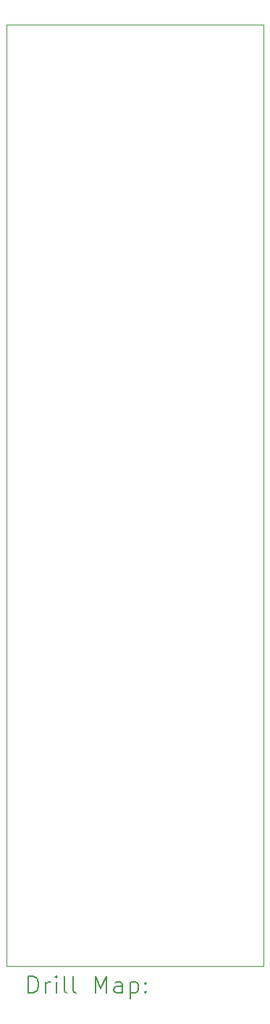
<source format=gbr>
%FSLAX45Y45*%
G04 Gerber Fmt 4.5, Leading zero omitted, Abs format (unit mm)*
G04 Created by KiCad (PCBNEW (6.0.1)) date 2023-06-10 19:19:44*
%MOMM*%
%LPD*%
G01*
G04 APERTURE LIST*
%TA.AperFunction,Profile*%
%ADD10C,0.100000*%
%TD*%
%ADD11C,0.200000*%
G04 APERTURE END LIST*
D10*
X5000000Y-15000000D02*
X5000000Y-4000000D01*
X5000000Y-4000000D02*
X8000000Y-4000000D01*
X8000000Y-4000000D02*
X8000000Y-15000000D01*
X8000000Y-15000000D02*
X5000000Y-15000000D01*
D11*
X5252619Y-15315476D02*
X5252619Y-15115476D01*
X5300238Y-15115476D01*
X5328810Y-15125000D01*
X5347857Y-15144048D01*
X5357381Y-15163095D01*
X5366905Y-15201190D01*
X5366905Y-15229762D01*
X5357381Y-15267857D01*
X5347857Y-15286905D01*
X5328810Y-15305952D01*
X5300238Y-15315476D01*
X5252619Y-15315476D01*
X5452619Y-15315476D02*
X5452619Y-15182143D01*
X5452619Y-15220238D02*
X5462143Y-15201190D01*
X5471667Y-15191667D01*
X5490714Y-15182143D01*
X5509762Y-15182143D01*
X5576429Y-15315476D02*
X5576429Y-15182143D01*
X5576429Y-15115476D02*
X5566905Y-15125000D01*
X5576429Y-15134524D01*
X5585952Y-15125000D01*
X5576429Y-15115476D01*
X5576429Y-15134524D01*
X5700238Y-15315476D02*
X5681190Y-15305952D01*
X5671667Y-15286905D01*
X5671667Y-15115476D01*
X5805000Y-15315476D02*
X5785952Y-15305952D01*
X5776428Y-15286905D01*
X5776428Y-15115476D01*
X6033571Y-15315476D02*
X6033571Y-15115476D01*
X6100238Y-15258333D01*
X6166905Y-15115476D01*
X6166905Y-15315476D01*
X6347857Y-15315476D02*
X6347857Y-15210714D01*
X6338333Y-15191667D01*
X6319286Y-15182143D01*
X6281190Y-15182143D01*
X6262143Y-15191667D01*
X6347857Y-15305952D02*
X6328809Y-15315476D01*
X6281190Y-15315476D01*
X6262143Y-15305952D01*
X6252619Y-15286905D01*
X6252619Y-15267857D01*
X6262143Y-15248809D01*
X6281190Y-15239286D01*
X6328809Y-15239286D01*
X6347857Y-15229762D01*
X6443095Y-15182143D02*
X6443095Y-15382143D01*
X6443095Y-15191667D02*
X6462143Y-15182143D01*
X6500238Y-15182143D01*
X6519286Y-15191667D01*
X6528809Y-15201190D01*
X6538333Y-15220238D01*
X6538333Y-15277381D01*
X6528809Y-15296428D01*
X6519286Y-15305952D01*
X6500238Y-15315476D01*
X6462143Y-15315476D01*
X6443095Y-15305952D01*
X6624048Y-15296428D02*
X6633571Y-15305952D01*
X6624048Y-15315476D01*
X6614524Y-15305952D01*
X6624048Y-15296428D01*
X6624048Y-15315476D01*
X6624048Y-15191667D02*
X6633571Y-15201190D01*
X6624048Y-15210714D01*
X6614524Y-15201190D01*
X6624048Y-15191667D01*
X6624048Y-15210714D01*
M02*

</source>
